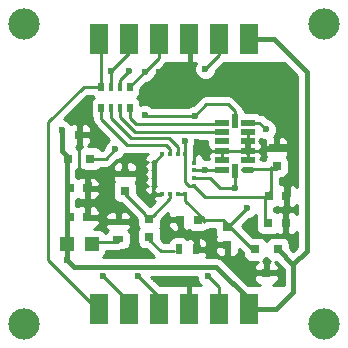
<source format=gtl>
G04 #@! TF.FileFunction,Copper,L1,Top,Signal*
%FSLAX46Y46*%
G04 Gerber Fmt 4.6, Leading zero omitted, Abs format (unit mm)*
G04 Created by KiCad (PCBNEW 4.0.0-rc1-stable) date 11/13/2015 11:17:05 PM*
%MOMM*%
G01*
G04 APERTURE LIST*
%ADD10C,0.100000*%
%ADD11R,1.198880X1.198880*%
%ADD12R,0.800100X0.800100*%
%ADD13R,0.500000X0.800000*%
%ADD14R,0.400000X0.800000*%
%ADD15C,2.650000*%
%ADD16R,0.750000X0.800000*%
%ADD17R,0.800000X0.750000*%
%ADD18R,0.500000X0.900000*%
%ADD19R,0.900000X0.500000*%
%ADD20R,0.400000X0.300000*%
%ADD21R,0.300000X0.400000*%
%ADD22C,0.150000*%
%ADD23O,1.145000X0.550000*%
%ADD24R,1.145000X0.550000*%
%ADD25R,0.550000X1.145000*%
%ADD26R,1.524000X2.540000*%
%ADD27C,0.600000*%
%ADD28C,0.250000*%
%ADD29C,0.381000*%
%ADD30C,0.254000*%
G04 APERTURE END LIST*
D10*
D11*
X130624580Y-94792800D03*
X132722620Y-94792800D03*
D12*
X148473200Y-95265240D03*
X146573200Y-95265240D03*
X147523200Y-97264220D03*
X130723600Y-87589360D03*
X132623600Y-87589360D03*
X131673600Y-85590380D03*
D13*
X135947000Y-81523000D03*
D14*
X134347000Y-81523000D03*
X135147000Y-81523000D03*
D13*
X133547000Y-81523000D03*
D14*
X135147000Y-83323000D03*
D13*
X135947000Y-83323000D03*
D14*
X134347000Y-83323000D03*
D13*
X133547000Y-83323000D03*
D15*
X127000000Y-76200000D03*
X152400000Y-76200000D03*
X152400000Y-101600000D03*
X127000000Y-101600000D03*
D16*
X135534400Y-90310400D03*
X135534400Y-88810400D03*
X137617200Y-92722000D03*
X137617200Y-94222000D03*
D17*
X130872800Y-90119200D03*
X132372800Y-90119200D03*
X130872800Y-92557600D03*
X132372800Y-92557600D03*
D16*
X144195800Y-93382400D03*
X144195800Y-94882400D03*
D17*
X147662200Y-93040200D03*
X149162200Y-93040200D03*
X141720000Y-92760800D03*
X140220000Y-92760800D03*
X147713000Y-90754200D03*
X149213000Y-90754200D03*
D16*
X148386800Y-88227600D03*
X148386800Y-86727600D03*
D18*
X140093000Y-95275400D03*
X141593000Y-95275400D03*
D19*
X134975600Y-94425200D03*
X134975600Y-92925200D03*
D20*
X141400000Y-89875000D03*
X141400000Y-89225000D03*
X141400000Y-88575000D03*
X141400000Y-87925000D03*
D21*
X140675000Y-87200000D03*
X140025000Y-87200000D03*
X139375000Y-87200000D03*
X138725000Y-87200000D03*
D20*
X138000000Y-87925000D03*
X138000000Y-88575000D03*
X138000000Y-89225000D03*
X138000000Y-89875000D03*
D21*
X138725000Y-90600000D03*
X139375000Y-90600000D03*
X140025000Y-90600000D03*
X140675000Y-90600000D03*
D22*
X141400000Y-90600000D03*
D23*
X145953700Y-88537800D03*
D24*
X145953700Y-87737800D03*
X145953700Y-86937800D03*
X145953700Y-86137800D03*
X145953700Y-85337800D03*
X145953700Y-84537800D03*
D25*
X144856200Y-84440300D03*
D24*
X143758700Y-84537800D03*
X143758700Y-85337800D03*
X143758700Y-86137800D03*
X143758700Y-86937800D03*
X143758700Y-87737800D03*
X143758700Y-88537800D03*
D25*
X144856200Y-88605300D03*
D26*
X146050000Y-100330000D03*
X143510000Y-100330000D03*
X140970000Y-100330000D03*
X138430000Y-100330000D03*
X135890000Y-100330000D03*
X133350000Y-100330000D03*
X133350000Y-77470000D03*
X135890000Y-77470000D03*
X138430000Y-77470000D03*
X140970000Y-77470000D03*
X143510000Y-77470000D03*
X146050000Y-77470000D03*
D27*
X138150600Y-97815400D03*
X140970000Y-97815400D03*
X138430000Y-80264000D03*
X141071600Y-80289400D03*
X140970000Y-94043500D03*
X141655800Y-86182200D03*
X137414000Y-90995500D03*
X148590000Y-85090000D03*
X130225800Y-85191600D03*
X130683000Y-96189800D03*
X145923000Y-91744800D03*
X147497800Y-85115400D03*
X137210800Y-83921600D03*
X141478000Y-83947000D03*
X140665200Y-86131400D03*
X134721600Y-86791800D03*
X134366000Y-80213200D03*
X133731000Y-97510600D03*
X137236200Y-80264000D03*
X136677400Y-97536000D03*
X142570200Y-97561400D03*
X142367000Y-79984600D03*
X142367000Y-88595200D03*
X135890000Y-80187800D03*
X144856200Y-90043000D03*
D28*
X137287000Y-92421200D02*
X137906000Y-92421200D01*
X139375000Y-90952200D02*
X139375000Y-90600000D01*
X137906000Y-92421200D02*
X139375000Y-90952200D01*
X137287000Y-92421200D02*
X137287000Y-92313000D01*
X137287000Y-92313000D02*
X135534400Y-90560400D01*
D29*
X138150600Y-97815400D02*
X140970000Y-97815400D01*
X140970000Y-100330000D02*
X140970000Y-97815400D01*
X141071600Y-77571600D02*
X141071600Y-80289400D01*
X138430000Y-80264000D02*
X138455400Y-80289400D01*
X138455400Y-80289400D02*
X141071600Y-80289400D01*
X141071600Y-77571600D02*
X140970000Y-77470000D01*
D30*
X141793000Y-95275400D02*
X141793000Y-94866500D01*
X141793000Y-94866500D02*
X140970000Y-94043500D01*
X140970000Y-94043500D02*
X139970000Y-93043500D01*
X139970000Y-93043500D02*
X139970000Y-92760800D01*
X143758700Y-86937800D02*
X142411400Y-86937800D01*
X141400000Y-86438000D02*
X141400000Y-87925000D01*
X141400000Y-86438000D02*
X141655800Y-86182200D01*
X142411400Y-86937800D02*
X141655800Y-86182200D01*
X138725000Y-87200000D02*
X138000000Y-87925000D01*
X132622800Y-90119200D02*
X132622800Y-89569800D01*
X132622800Y-89569800D02*
X131673600Y-88620600D01*
X138725000Y-90600000D02*
X137809500Y-90600000D01*
X137809500Y-90600000D02*
X137414000Y-90995500D01*
X143758700Y-87737800D02*
X143758700Y-86937800D01*
X145953700Y-87737800D02*
X145953700Y-85337800D01*
X145953700Y-86937800D02*
X143758700Y-86937800D01*
X148386800Y-86477600D02*
X148386800Y-85293200D01*
X148386800Y-85293200D02*
X148590000Y-85090000D01*
X149463000Y-90754200D02*
X149463000Y-89932000D01*
X149342600Y-86477600D02*
X148386800Y-86477600D01*
X149860000Y-86995000D02*
X149342600Y-86477600D01*
X149860000Y-89535000D02*
X149860000Y-86995000D01*
X149463000Y-89932000D02*
X149860000Y-89535000D01*
X148386800Y-86477600D02*
X147837400Y-86477600D01*
X147837400Y-86477600D02*
X147377200Y-86937800D01*
X147377200Y-86937800D02*
X145953700Y-86937800D01*
X131673600Y-88620600D02*
X131673600Y-85590380D01*
D28*
X139740600Y-95427800D02*
X138573000Y-95427800D01*
X138573000Y-95427800D02*
X137617200Y-94472000D01*
D29*
X143281400Y-96748600D02*
X131241800Y-96748600D01*
X146050000Y-99517200D02*
X143281400Y-96748600D01*
X131241800Y-96748600D02*
X130683000Y-96189800D01*
X146050000Y-100330000D02*
X146050000Y-99517200D01*
X148158200Y-77470000D02*
X146050000Y-77470000D01*
X150926800Y-80238600D02*
X148158200Y-77470000D01*
X150926800Y-95377000D02*
X150926800Y-80238600D01*
X146050000Y-100330000D02*
X148336000Y-100330000D01*
X148336000Y-100330000D02*
X149809200Y-98856800D01*
X130622800Y-90119200D02*
X130622800Y-87690160D01*
X130622800Y-92557600D02*
X130622800Y-90119200D01*
X130622800Y-92557600D02*
X130622800Y-94791020D01*
X130622800Y-94791020D02*
X130624580Y-94792800D01*
X130624580Y-96105980D02*
X130624580Y-94792800D01*
X130683000Y-96189800D02*
X130624580Y-96105980D01*
D30*
X146050000Y-100330000D02*
X146050000Y-99288600D01*
D29*
X149809200Y-96494600D02*
X150926800Y-95377000D01*
X149809200Y-98856800D02*
X149809200Y-96601240D01*
X130225800Y-86918800D02*
X130225800Y-85191600D01*
X149809200Y-96601240D02*
X149809200Y-96494600D01*
X149809200Y-96601240D02*
X148473200Y-95265240D01*
X130723600Y-87589360D02*
X130723600Y-87416600D01*
X130723600Y-87416600D02*
X130225800Y-86918800D01*
X130622800Y-87690160D02*
X130723600Y-87589360D01*
D28*
X144195800Y-93132400D02*
X144535400Y-93132400D01*
X144535400Y-93132400D02*
X145923000Y-91744800D01*
X147497800Y-85115400D02*
X146920200Y-84537800D01*
X146920200Y-84537800D02*
X145953700Y-84537800D01*
X146328640Y-95265240D02*
X143824200Y-92760800D01*
X143824200Y-92760800D02*
X141970000Y-92760800D01*
X140675000Y-90600000D02*
X140025000Y-90600000D01*
X142249400Y-92964000D02*
X142249400Y-92744800D01*
X142249400Y-92744800D02*
X140675000Y-91170400D01*
X140675000Y-91170400D02*
X140675000Y-90600000D01*
X146573200Y-95265240D02*
X146328640Y-95265240D01*
X137236200Y-83947000D02*
X141478000Y-83947000D01*
X137210800Y-83921600D02*
X137236200Y-83947000D01*
X147904200Y-88274400D02*
X147904200Y-90313000D01*
X147904200Y-90313000D02*
X147463000Y-90754200D01*
X147412200Y-93040200D02*
X147412200Y-90805000D01*
X147412200Y-90805000D02*
X147463000Y-90754200D01*
X147412200Y-90805000D02*
X142330000Y-90805000D01*
X142330000Y-90805000D02*
X141400000Y-89875000D01*
X147412200Y-90805000D02*
X147463000Y-90754200D01*
X141400000Y-89875000D02*
X140954400Y-89875000D01*
X140675000Y-89595600D02*
X140675000Y-87200000D01*
X140675000Y-89595600D02*
X140954400Y-89875000D01*
X142430500Y-82994500D02*
X144259300Y-82994500D01*
X144856200Y-83591400D02*
X144856200Y-84440300D01*
X144259300Y-82994500D02*
X144856200Y-83591400D01*
X148386800Y-88477600D02*
X146013900Y-88477600D01*
X146013900Y-88477600D02*
X145953700Y-88537800D01*
X141478000Y-83947000D02*
X142430500Y-82994500D01*
X142430500Y-82994500D02*
X142443200Y-82981800D01*
X140675000Y-86141200D02*
X140675000Y-87200000D01*
X140665200Y-86131400D02*
X140675000Y-86141200D01*
X132623600Y-87589360D02*
X133924040Y-87589360D01*
X133924040Y-87589360D02*
X134721600Y-86791800D01*
X134975600Y-94625200D02*
X132890220Y-94625200D01*
X132890220Y-94625200D02*
X132722620Y-94792800D01*
X133547000Y-81523000D02*
X133547000Y-77667000D01*
X133547000Y-77667000D02*
X133350000Y-77470000D01*
X129057400Y-96164400D02*
X129057400Y-84531200D01*
X132065600Y-81523000D02*
X133547000Y-81523000D01*
X129057400Y-84531200D02*
X132065600Y-81523000D01*
X133350000Y-77971800D02*
X133350000Y-77470000D01*
X133350000Y-100330000D02*
X133223000Y-100330000D01*
X133223000Y-100330000D02*
X129057400Y-96164400D01*
X129057400Y-96164400D02*
X129044700Y-96151700D01*
X129044700Y-96151700D02*
X129032000Y-96139000D01*
X135890000Y-100330000D02*
X135890000Y-99695000D01*
X135890000Y-99695000D02*
X133731000Y-97510600D01*
X134366000Y-80213200D02*
X134366000Y-81504000D01*
X134366000Y-81504000D02*
X134347000Y-81523000D01*
X135890000Y-78689200D02*
X134366000Y-80213200D01*
X135839200Y-100279200D02*
X135890000Y-100330000D01*
X135890000Y-77470000D02*
X135890000Y-78689200D01*
X135890000Y-99542600D02*
X135890000Y-100330000D01*
X135890000Y-78359000D02*
X135890000Y-77470000D01*
X137236200Y-80264000D02*
X137206000Y-80264000D01*
X137206000Y-80264000D02*
X135947000Y-81523000D01*
X138430000Y-79070200D02*
X137236200Y-80264000D01*
X138430000Y-77470000D02*
X138430000Y-79070200D01*
X136677400Y-97536000D02*
X138430000Y-99288600D01*
X138430000Y-99288600D02*
X138430000Y-100330000D01*
X143510000Y-98501200D02*
X143510000Y-100330000D01*
X142570200Y-97561400D02*
X143510000Y-98501200D01*
X143510000Y-99263200D02*
X143510000Y-100330000D01*
X143510000Y-78841600D02*
X143510000Y-77470000D01*
X142417800Y-79933800D02*
X143510000Y-78841600D01*
X142367000Y-88595200D02*
X143701300Y-88595200D01*
X143701300Y-88595200D02*
X143758700Y-88537800D01*
X143510000Y-100330000D02*
X143510000Y-99034600D01*
X142346800Y-88575000D02*
X141400000Y-88575000D01*
X142367000Y-88595200D02*
X142346800Y-88575000D01*
X135147000Y-80930800D02*
X135147000Y-81523000D01*
X135890000Y-80187800D02*
X135147000Y-80930800D01*
X144856200Y-90043000D02*
X143560800Y-90043000D01*
X142742800Y-89225000D02*
X141400000Y-89225000D01*
X143560800Y-90043000D02*
X142742800Y-89225000D01*
X144856200Y-90043000D02*
X144856200Y-88605300D01*
X144856200Y-88605300D02*
X144856200Y-88849200D01*
X140025000Y-86608800D02*
X139293600Y-85877400D01*
X134347000Y-83323000D02*
X134347000Y-84182000D01*
X140025000Y-86608800D02*
X140025000Y-87200000D01*
X134347000Y-84156600D02*
X134347000Y-84182000D01*
X136067800Y-85877400D02*
X134347000Y-84156600D01*
X139293600Y-85877400D02*
X136067800Y-85877400D01*
X139039600Y-86436200D02*
X135763000Y-86436200D01*
X139375000Y-86771600D02*
X139039600Y-86436200D01*
X139375000Y-87200000D02*
X139375000Y-86771600D01*
X133547000Y-84220200D02*
X133547000Y-83323000D01*
X135763000Y-86436200D02*
X133547000Y-84220200D01*
X136474200Y-84658200D02*
X143814800Y-84658200D01*
X135947000Y-83323000D02*
X135947000Y-84131000D01*
X135947000Y-84131000D02*
X136474200Y-84658200D01*
X135147000Y-83323000D02*
X135147000Y-84093000D01*
X136366400Y-85312400D02*
X143814800Y-85344000D01*
X135147000Y-84093000D02*
X136366400Y-85312400D01*
D30*
G36*
X139185000Y-92259490D02*
X139185000Y-92475050D01*
X139343750Y-92633800D01*
X140093000Y-92633800D01*
X140093000Y-92613800D01*
X140347000Y-92613800D01*
X140347000Y-92633800D01*
X140367000Y-92633800D01*
X140367000Y-92887800D01*
X140347000Y-92887800D01*
X140347000Y-93612050D01*
X140505750Y-93770800D01*
X140746309Y-93770800D01*
X140979698Y-93674127D01*
X140981068Y-93672757D01*
X141068110Y-93732231D01*
X141320000Y-93783240D01*
X142120000Y-93783240D01*
X142355317Y-93738962D01*
X142436363Y-93686810D01*
X142540239Y-93666148D01*
X142757768Y-93520800D01*
X143173360Y-93520800D01*
X143173360Y-93782400D01*
X143217638Y-94017717D01*
X143284129Y-94121046D01*
X143282473Y-94122702D01*
X143185800Y-94356091D01*
X143185800Y-94596650D01*
X143344550Y-94755400D01*
X144068800Y-94755400D01*
X144068800Y-94735400D01*
X144322800Y-94735400D01*
X144322800Y-94755400D01*
X144342800Y-94755400D01*
X144342800Y-95009400D01*
X144322800Y-95009400D01*
X144322800Y-95758650D01*
X144481550Y-95917400D01*
X144697110Y-95917400D01*
X144930499Y-95820727D01*
X145109127Y-95642098D01*
X145205800Y-95408709D01*
X145205800Y-95217202D01*
X145525710Y-95537112D01*
X145525710Y-95665290D01*
X145569988Y-95900607D01*
X145709060Y-96116731D01*
X145921260Y-96261721D01*
X146173150Y-96312730D01*
X146795110Y-96312730D01*
X146763452Y-96325843D01*
X146584823Y-96504471D01*
X146488150Y-96737860D01*
X146488150Y-96978470D01*
X146646900Y-97137220D01*
X147396200Y-97137220D01*
X147396200Y-96387920D01*
X147250043Y-96241763D01*
X147424691Y-96129380D01*
X147523832Y-95984283D01*
X147609060Y-96116731D01*
X147794609Y-96243511D01*
X147650200Y-96387920D01*
X147650200Y-97137220D01*
X148399500Y-97137220D01*
X148558250Y-96978470D01*
X148558250Y-96737860D01*
X148461577Y-96504471D01*
X148282948Y-96325843D01*
X148251290Y-96312730D01*
X148353256Y-96312730D01*
X148983700Y-96943173D01*
X148983700Y-98298000D01*
X148052625Y-98298000D01*
X148282948Y-98202597D01*
X148461577Y-98023969D01*
X148558250Y-97790580D01*
X148558250Y-97549970D01*
X148399500Y-97391220D01*
X147650200Y-97391220D01*
X147650200Y-97411220D01*
X147396200Y-97411220D01*
X147396200Y-97391220D01*
X146646900Y-97391220D01*
X146488150Y-97549970D01*
X146488150Y-97790580D01*
X146584823Y-98023969D01*
X146763452Y-98202597D01*
X146993775Y-98298000D01*
X145998233Y-98298000D01*
X143865117Y-96164883D01*
X143597306Y-95985937D01*
X143281400Y-95923100D01*
X142448429Y-95923100D01*
X142478000Y-95851710D01*
X142478000Y-95561150D01*
X142319250Y-95402400D01*
X141718000Y-95402400D01*
X141718000Y-95422400D01*
X141468000Y-95422400D01*
X141468000Y-95402400D01*
X141446000Y-95402400D01*
X141446000Y-95168150D01*
X143185800Y-95168150D01*
X143185800Y-95408709D01*
X143282473Y-95642098D01*
X143461101Y-95820727D01*
X143694490Y-95917400D01*
X143910050Y-95917400D01*
X144068800Y-95758650D01*
X144068800Y-95009400D01*
X143344550Y-95009400D01*
X143185800Y-95168150D01*
X141446000Y-95168150D01*
X141446000Y-95148400D01*
X141468000Y-95148400D01*
X141468000Y-94349150D01*
X141718000Y-94349150D01*
X141718000Y-95148400D01*
X142319250Y-95148400D01*
X142478000Y-94989650D01*
X142478000Y-94699090D01*
X142381327Y-94465701D01*
X142202698Y-94287073D01*
X141969309Y-94190400D01*
X141876750Y-94190400D01*
X141718000Y-94349150D01*
X141468000Y-94349150D01*
X141309250Y-94190400D01*
X141216691Y-94190400D01*
X140983302Y-94287073D01*
X140842064Y-94428310D01*
X140807090Y-94373959D01*
X140594890Y-94228969D01*
X140343000Y-94177960D01*
X139843000Y-94177960D01*
X139607683Y-94222238D01*
X139391559Y-94361310D01*
X139246569Y-94573510D01*
X139227475Y-94667800D01*
X138887802Y-94667800D01*
X138639640Y-94419638D01*
X138639640Y-93822000D01*
X138595362Y-93586683D01*
X138521580Y-93472022D01*
X138588631Y-93373890D01*
X138639640Y-93122000D01*
X138639640Y-93046550D01*
X139185000Y-93046550D01*
X139185000Y-93262110D01*
X139281673Y-93495499D01*
X139460302Y-93674127D01*
X139693691Y-93770800D01*
X139934250Y-93770800D01*
X140093000Y-93612050D01*
X140093000Y-92887800D01*
X139343750Y-92887800D01*
X139185000Y-93046550D01*
X138639640Y-93046550D01*
X138639640Y-92762362D01*
X139215044Y-92186958D01*
X139185000Y-92259490D01*
X139185000Y-92259490D01*
G37*
X139185000Y-92259490D02*
X139185000Y-92475050D01*
X139343750Y-92633800D01*
X140093000Y-92633800D01*
X140093000Y-92613800D01*
X140347000Y-92613800D01*
X140347000Y-92633800D01*
X140367000Y-92633800D01*
X140367000Y-92887800D01*
X140347000Y-92887800D01*
X140347000Y-93612050D01*
X140505750Y-93770800D01*
X140746309Y-93770800D01*
X140979698Y-93674127D01*
X140981068Y-93672757D01*
X141068110Y-93732231D01*
X141320000Y-93783240D01*
X142120000Y-93783240D01*
X142355317Y-93738962D01*
X142436363Y-93686810D01*
X142540239Y-93666148D01*
X142757768Y-93520800D01*
X143173360Y-93520800D01*
X143173360Y-93782400D01*
X143217638Y-94017717D01*
X143284129Y-94121046D01*
X143282473Y-94122702D01*
X143185800Y-94356091D01*
X143185800Y-94596650D01*
X143344550Y-94755400D01*
X144068800Y-94755400D01*
X144068800Y-94735400D01*
X144322800Y-94735400D01*
X144322800Y-94755400D01*
X144342800Y-94755400D01*
X144342800Y-95009400D01*
X144322800Y-95009400D01*
X144322800Y-95758650D01*
X144481550Y-95917400D01*
X144697110Y-95917400D01*
X144930499Y-95820727D01*
X145109127Y-95642098D01*
X145205800Y-95408709D01*
X145205800Y-95217202D01*
X145525710Y-95537112D01*
X145525710Y-95665290D01*
X145569988Y-95900607D01*
X145709060Y-96116731D01*
X145921260Y-96261721D01*
X146173150Y-96312730D01*
X146795110Y-96312730D01*
X146763452Y-96325843D01*
X146584823Y-96504471D01*
X146488150Y-96737860D01*
X146488150Y-96978470D01*
X146646900Y-97137220D01*
X147396200Y-97137220D01*
X147396200Y-96387920D01*
X147250043Y-96241763D01*
X147424691Y-96129380D01*
X147523832Y-95984283D01*
X147609060Y-96116731D01*
X147794609Y-96243511D01*
X147650200Y-96387920D01*
X147650200Y-97137220D01*
X148399500Y-97137220D01*
X148558250Y-96978470D01*
X148558250Y-96737860D01*
X148461577Y-96504471D01*
X148282948Y-96325843D01*
X148251290Y-96312730D01*
X148353256Y-96312730D01*
X148983700Y-96943173D01*
X148983700Y-98298000D01*
X148052625Y-98298000D01*
X148282948Y-98202597D01*
X148461577Y-98023969D01*
X148558250Y-97790580D01*
X148558250Y-97549970D01*
X148399500Y-97391220D01*
X147650200Y-97391220D01*
X147650200Y-97411220D01*
X147396200Y-97411220D01*
X147396200Y-97391220D01*
X146646900Y-97391220D01*
X146488150Y-97549970D01*
X146488150Y-97790580D01*
X146584823Y-98023969D01*
X146763452Y-98202597D01*
X146993775Y-98298000D01*
X145998233Y-98298000D01*
X143865117Y-96164883D01*
X143597306Y-95985937D01*
X143281400Y-95923100D01*
X142448429Y-95923100D01*
X142478000Y-95851710D01*
X142478000Y-95561150D01*
X142319250Y-95402400D01*
X141718000Y-95402400D01*
X141718000Y-95422400D01*
X141468000Y-95422400D01*
X141468000Y-95402400D01*
X141446000Y-95402400D01*
X141446000Y-95168150D01*
X143185800Y-95168150D01*
X143185800Y-95408709D01*
X143282473Y-95642098D01*
X143461101Y-95820727D01*
X143694490Y-95917400D01*
X143910050Y-95917400D01*
X144068800Y-95758650D01*
X144068800Y-95009400D01*
X143344550Y-95009400D01*
X143185800Y-95168150D01*
X141446000Y-95168150D01*
X141446000Y-95148400D01*
X141468000Y-95148400D01*
X141468000Y-94349150D01*
X141718000Y-94349150D01*
X141718000Y-95148400D01*
X142319250Y-95148400D01*
X142478000Y-94989650D01*
X142478000Y-94699090D01*
X142381327Y-94465701D01*
X142202698Y-94287073D01*
X141969309Y-94190400D01*
X141876750Y-94190400D01*
X141718000Y-94349150D01*
X141468000Y-94349150D01*
X141309250Y-94190400D01*
X141216691Y-94190400D01*
X140983302Y-94287073D01*
X140842064Y-94428310D01*
X140807090Y-94373959D01*
X140594890Y-94228969D01*
X140343000Y-94177960D01*
X139843000Y-94177960D01*
X139607683Y-94222238D01*
X139391559Y-94361310D01*
X139246569Y-94573510D01*
X139227475Y-94667800D01*
X138887802Y-94667800D01*
X138639640Y-94419638D01*
X138639640Y-93822000D01*
X138595362Y-93586683D01*
X138521580Y-93472022D01*
X138588631Y-93373890D01*
X138639640Y-93122000D01*
X138639640Y-93046550D01*
X139185000Y-93046550D01*
X139185000Y-93262110D01*
X139281673Y-93495499D01*
X139460302Y-93674127D01*
X139693691Y-93770800D01*
X139934250Y-93770800D01*
X140093000Y-93612050D01*
X140093000Y-92887800D01*
X139343750Y-92887800D01*
X139185000Y-93046550D01*
X138639640Y-93046550D01*
X138639640Y-92762362D01*
X139215044Y-92186958D01*
X139185000Y-92259490D01*
G36*
X141635038Y-97746567D02*
X141777083Y-98090343D01*
X141984378Y-98298000D01*
X138514202Y-98298000D01*
X137790302Y-97574100D01*
X141635188Y-97574100D01*
X141635038Y-97746567D01*
X141635038Y-97746567D01*
G37*
X141635038Y-97746567D02*
X141777083Y-98090343D01*
X141984378Y-98298000D01*
X138514202Y-98298000D01*
X137790302Y-97574100D01*
X141635188Y-97574100D01*
X141635038Y-97746567D01*
G36*
X135763000Y-87196200D02*
X137538011Y-87196200D01*
X137440301Y-87236673D01*
X137261673Y-87415302D01*
X137165000Y-87648691D01*
X137165000Y-87691250D01*
X137323750Y-87850000D01*
X137528837Y-87850000D01*
X137440301Y-87886673D01*
X137326975Y-88000000D01*
X137323750Y-88000000D01*
X137165000Y-88158750D01*
X137165000Y-88201309D01*
X137185168Y-88250000D01*
X137165000Y-88298691D01*
X137165000Y-88341250D01*
X137323750Y-88500000D01*
X137326975Y-88500000D01*
X137401974Y-88575000D01*
X137326975Y-88650000D01*
X137323750Y-88650000D01*
X137165000Y-88808750D01*
X137165000Y-88851309D01*
X137185168Y-88900000D01*
X137165000Y-88948691D01*
X137165000Y-88991250D01*
X137323750Y-89150000D01*
X137326975Y-89150000D01*
X137401974Y-89225000D01*
X137326975Y-89300000D01*
X137323750Y-89300000D01*
X137165000Y-89458750D01*
X137165000Y-89501309D01*
X137185168Y-89550000D01*
X137165000Y-89598691D01*
X137165000Y-89641250D01*
X137323750Y-89800000D01*
X137326975Y-89800000D01*
X137440301Y-89913327D01*
X137528837Y-89950000D01*
X137323750Y-89950000D01*
X137165000Y-90108750D01*
X137165000Y-90151309D01*
X137261673Y-90384698D01*
X137440301Y-90563327D01*
X137673690Y-90660000D01*
X137741250Y-90660000D01*
X137900000Y-90501250D01*
X137900000Y-89950000D01*
X137801250Y-89950000D01*
X137900000Y-89851250D01*
X137900000Y-89248750D01*
X137876250Y-89225000D01*
X137900000Y-89201250D01*
X137900000Y-88598750D01*
X137876250Y-88575000D01*
X137900000Y-88551250D01*
X137900000Y-87948750D01*
X137801250Y-87850000D01*
X137900000Y-87850000D01*
X137900000Y-87778000D01*
X138054974Y-87778000D01*
X138100000Y-87823026D01*
X138100000Y-87850000D01*
X138126975Y-87850000D01*
X138147000Y-87870026D01*
X138147000Y-87901750D01*
X138100000Y-87948750D01*
X138100000Y-88551250D01*
X138123750Y-88575000D01*
X138100000Y-88598750D01*
X138100000Y-89201250D01*
X138123750Y-89225000D01*
X138100000Y-89248750D01*
X138100000Y-89851250D01*
X138147000Y-89898250D01*
X138147000Y-89929974D01*
X138126975Y-89950000D01*
X138100000Y-89950000D01*
X138100000Y-89976974D01*
X138036673Y-90040301D01*
X137940000Y-90273690D01*
X137940000Y-90341250D01*
X138098750Y-90500000D01*
X138100000Y-90500000D01*
X138100000Y-90501250D01*
X138258750Y-90660000D01*
X138326310Y-90660000D01*
X138559699Y-90563327D01*
X138577560Y-90545466D01*
X138577560Y-90674838D01*
X138552398Y-90700000D01*
X138098750Y-90700000D01*
X137940000Y-90858750D01*
X137940000Y-90926310D01*
X138036673Y-91159699D01*
X138064686Y-91187712D01*
X137650600Y-91601798D01*
X136556840Y-90508038D01*
X136556840Y-89910400D01*
X136512562Y-89675083D01*
X136446071Y-89571754D01*
X136447727Y-89570098D01*
X136544400Y-89336709D01*
X136544400Y-89096150D01*
X136385650Y-88937400D01*
X135661400Y-88937400D01*
X135661400Y-88957400D01*
X135407400Y-88957400D01*
X135407400Y-88937400D01*
X134683150Y-88937400D01*
X134524400Y-89096150D01*
X134524400Y-89336709D01*
X134621073Y-89570098D01*
X134622443Y-89571468D01*
X134562969Y-89658510D01*
X134511960Y-89910400D01*
X134511960Y-90710400D01*
X134556238Y-90945717D01*
X134695310Y-91161841D01*
X134907510Y-91306831D01*
X135159400Y-91357840D01*
X135257038Y-91357840D01*
X136578300Y-92679102D01*
X136584852Y-92712039D01*
X136594760Y-92726867D01*
X136594760Y-93122000D01*
X136639038Y-93357317D01*
X136712820Y-93471978D01*
X136645769Y-93570110D01*
X136594760Y-93822000D01*
X136594760Y-94622000D01*
X136639038Y-94857317D01*
X136778110Y-95073441D01*
X136990310Y-95218431D01*
X137242200Y-95269440D01*
X137339838Y-95269440D01*
X137993498Y-95923100D01*
X133669737Y-95923100D01*
X133773501Y-95856330D01*
X133918491Y-95644130D01*
X133969500Y-95392240D01*
X133969500Y-95385200D01*
X134975600Y-95385200D01*
X135266439Y-95327348D01*
X135273485Y-95322640D01*
X135425600Y-95322640D01*
X135660917Y-95278362D01*
X135877041Y-95139290D01*
X136022031Y-94927090D01*
X136073040Y-94675200D01*
X136073040Y-94175200D01*
X136028762Y-93939883D01*
X135889690Y-93723759D01*
X135821594Y-93677231D01*
X135963927Y-93534898D01*
X136060600Y-93301509D01*
X136060600Y-93208950D01*
X135901850Y-93050200D01*
X135102600Y-93050200D01*
X135102600Y-93072200D01*
X134848600Y-93072200D01*
X134848600Y-93050200D01*
X134049350Y-93050200D01*
X133890600Y-93208950D01*
X133890600Y-93301509D01*
X133987273Y-93534898D01*
X134128510Y-93676136D01*
X134074159Y-93711110D01*
X133968874Y-93865200D01*
X133865479Y-93865200D01*
X133786150Y-93741919D01*
X133573950Y-93596929D01*
X133322060Y-93545920D01*
X132951449Y-93545920D01*
X133132498Y-93470927D01*
X133311127Y-93292299D01*
X133407800Y-93058910D01*
X133407800Y-92843350D01*
X133249050Y-92684600D01*
X132499800Y-92684600D01*
X132499800Y-92704600D01*
X132245800Y-92704600D01*
X132245800Y-92684600D01*
X132225800Y-92684600D01*
X132225800Y-92548891D01*
X133890600Y-92548891D01*
X133890600Y-92641450D01*
X134049350Y-92800200D01*
X134848600Y-92800200D01*
X134848600Y-92198950D01*
X135102600Y-92198950D01*
X135102600Y-92800200D01*
X135901850Y-92800200D01*
X136060600Y-92641450D01*
X136060600Y-92548891D01*
X135963927Y-92315502D01*
X135785299Y-92136873D01*
X135551910Y-92040200D01*
X135261350Y-92040200D01*
X135102600Y-92198950D01*
X134848600Y-92198950D01*
X134689850Y-92040200D01*
X134399290Y-92040200D01*
X134165901Y-92136873D01*
X133987273Y-92315502D01*
X133890600Y-92548891D01*
X132225800Y-92548891D01*
X132225800Y-92430600D01*
X132245800Y-92430600D01*
X132245800Y-91706350D01*
X132499800Y-91706350D01*
X132499800Y-92430600D01*
X133249050Y-92430600D01*
X133407800Y-92271850D01*
X133407800Y-92056290D01*
X133311127Y-91822901D01*
X133132498Y-91644273D01*
X132899109Y-91547600D01*
X132658550Y-91547600D01*
X132499800Y-91706350D01*
X132245800Y-91706350D01*
X132087050Y-91547600D01*
X131846491Y-91547600D01*
X131613102Y-91644273D01*
X131611732Y-91645643D01*
X131524690Y-91586169D01*
X131448300Y-91570700D01*
X131448300Y-91108617D01*
X131508117Y-91097362D01*
X131611446Y-91030871D01*
X131613102Y-91032527D01*
X131846491Y-91129200D01*
X132087050Y-91129200D01*
X132245800Y-90970450D01*
X132245800Y-90246200D01*
X132499800Y-90246200D01*
X132499800Y-90970450D01*
X132658550Y-91129200D01*
X132899109Y-91129200D01*
X133132498Y-91032527D01*
X133311127Y-90853899D01*
X133407800Y-90620510D01*
X133407800Y-90404950D01*
X133249050Y-90246200D01*
X132499800Y-90246200D01*
X132245800Y-90246200D01*
X132225800Y-90246200D01*
X132225800Y-89992200D01*
X132245800Y-89992200D01*
X132245800Y-89267950D01*
X132499800Y-89267950D01*
X132499800Y-89992200D01*
X133249050Y-89992200D01*
X133407800Y-89833450D01*
X133407800Y-89617890D01*
X133311127Y-89384501D01*
X133132498Y-89205873D01*
X132899109Y-89109200D01*
X132658550Y-89109200D01*
X132499800Y-89267950D01*
X132245800Y-89267950D01*
X132087050Y-89109200D01*
X131846491Y-89109200D01*
X131613102Y-89205873D01*
X131611732Y-89207243D01*
X131524690Y-89147769D01*
X131448300Y-89132300D01*
X131448300Y-88535088D01*
X131575091Y-88453500D01*
X131674232Y-88308403D01*
X131759460Y-88440851D01*
X131971660Y-88585841D01*
X132223550Y-88636850D01*
X133023650Y-88636850D01*
X133258967Y-88592572D01*
X133475091Y-88453500D01*
X133546247Y-88349360D01*
X133924040Y-88349360D01*
X134214879Y-88291508D01*
X134225979Y-88284091D01*
X134524400Y-88284091D01*
X134524400Y-88524650D01*
X134683150Y-88683400D01*
X135407400Y-88683400D01*
X135407400Y-87934150D01*
X135661400Y-87934150D01*
X135661400Y-88683400D01*
X136385650Y-88683400D01*
X136544400Y-88524650D01*
X136544400Y-88284091D01*
X136447727Y-88050702D01*
X136269099Y-87872073D01*
X136035710Y-87775400D01*
X135820150Y-87775400D01*
X135661400Y-87934150D01*
X135407400Y-87934150D01*
X135248650Y-87775400D01*
X135033090Y-87775400D01*
X134799701Y-87872073D01*
X134621073Y-88050702D01*
X134524400Y-88284091D01*
X134225979Y-88284091D01*
X134461441Y-88126761D01*
X134861280Y-87726922D01*
X134906767Y-87726962D01*
X135250543Y-87584917D01*
X135513792Y-87322127D01*
X135581106Y-87160019D01*
X135763000Y-87196200D01*
X135763000Y-87196200D01*
G37*
X135763000Y-87196200D02*
X137538011Y-87196200D01*
X137440301Y-87236673D01*
X137261673Y-87415302D01*
X137165000Y-87648691D01*
X137165000Y-87691250D01*
X137323750Y-87850000D01*
X137528837Y-87850000D01*
X137440301Y-87886673D01*
X137326975Y-88000000D01*
X137323750Y-88000000D01*
X137165000Y-88158750D01*
X137165000Y-88201309D01*
X137185168Y-88250000D01*
X137165000Y-88298691D01*
X137165000Y-88341250D01*
X137323750Y-88500000D01*
X137326975Y-88500000D01*
X137401974Y-88575000D01*
X137326975Y-88650000D01*
X137323750Y-88650000D01*
X137165000Y-88808750D01*
X137165000Y-88851309D01*
X137185168Y-88900000D01*
X137165000Y-88948691D01*
X137165000Y-88991250D01*
X137323750Y-89150000D01*
X137326975Y-89150000D01*
X137401974Y-89225000D01*
X137326975Y-89300000D01*
X137323750Y-89300000D01*
X137165000Y-89458750D01*
X137165000Y-89501309D01*
X137185168Y-89550000D01*
X137165000Y-89598691D01*
X137165000Y-89641250D01*
X137323750Y-89800000D01*
X137326975Y-89800000D01*
X137440301Y-89913327D01*
X137528837Y-89950000D01*
X137323750Y-89950000D01*
X137165000Y-90108750D01*
X137165000Y-90151309D01*
X137261673Y-90384698D01*
X137440301Y-90563327D01*
X137673690Y-90660000D01*
X137741250Y-90660000D01*
X137900000Y-90501250D01*
X137900000Y-89950000D01*
X137801250Y-89950000D01*
X137900000Y-89851250D01*
X137900000Y-89248750D01*
X137876250Y-89225000D01*
X137900000Y-89201250D01*
X137900000Y-88598750D01*
X137876250Y-88575000D01*
X137900000Y-88551250D01*
X137900000Y-87948750D01*
X137801250Y-87850000D01*
X137900000Y-87850000D01*
X137900000Y-87778000D01*
X138054974Y-87778000D01*
X138100000Y-87823026D01*
X138100000Y-87850000D01*
X138126975Y-87850000D01*
X138147000Y-87870026D01*
X138147000Y-87901750D01*
X138100000Y-87948750D01*
X138100000Y-88551250D01*
X138123750Y-88575000D01*
X138100000Y-88598750D01*
X138100000Y-89201250D01*
X138123750Y-89225000D01*
X138100000Y-89248750D01*
X138100000Y-89851250D01*
X138147000Y-89898250D01*
X138147000Y-89929974D01*
X138126975Y-89950000D01*
X138100000Y-89950000D01*
X138100000Y-89976974D01*
X138036673Y-90040301D01*
X137940000Y-90273690D01*
X137940000Y-90341250D01*
X138098750Y-90500000D01*
X138100000Y-90500000D01*
X138100000Y-90501250D01*
X138258750Y-90660000D01*
X138326310Y-90660000D01*
X138559699Y-90563327D01*
X138577560Y-90545466D01*
X138577560Y-90674838D01*
X138552398Y-90700000D01*
X138098750Y-90700000D01*
X137940000Y-90858750D01*
X137940000Y-90926310D01*
X138036673Y-91159699D01*
X138064686Y-91187712D01*
X137650600Y-91601798D01*
X136556840Y-90508038D01*
X136556840Y-89910400D01*
X136512562Y-89675083D01*
X136446071Y-89571754D01*
X136447727Y-89570098D01*
X136544400Y-89336709D01*
X136544400Y-89096150D01*
X136385650Y-88937400D01*
X135661400Y-88937400D01*
X135661400Y-88957400D01*
X135407400Y-88957400D01*
X135407400Y-88937400D01*
X134683150Y-88937400D01*
X134524400Y-89096150D01*
X134524400Y-89336709D01*
X134621073Y-89570098D01*
X134622443Y-89571468D01*
X134562969Y-89658510D01*
X134511960Y-89910400D01*
X134511960Y-90710400D01*
X134556238Y-90945717D01*
X134695310Y-91161841D01*
X134907510Y-91306831D01*
X135159400Y-91357840D01*
X135257038Y-91357840D01*
X136578300Y-92679102D01*
X136584852Y-92712039D01*
X136594760Y-92726867D01*
X136594760Y-93122000D01*
X136639038Y-93357317D01*
X136712820Y-93471978D01*
X136645769Y-93570110D01*
X136594760Y-93822000D01*
X136594760Y-94622000D01*
X136639038Y-94857317D01*
X136778110Y-95073441D01*
X136990310Y-95218431D01*
X137242200Y-95269440D01*
X137339838Y-95269440D01*
X137993498Y-95923100D01*
X133669737Y-95923100D01*
X133773501Y-95856330D01*
X133918491Y-95644130D01*
X133969500Y-95392240D01*
X133969500Y-95385200D01*
X134975600Y-95385200D01*
X135266439Y-95327348D01*
X135273485Y-95322640D01*
X135425600Y-95322640D01*
X135660917Y-95278362D01*
X135877041Y-95139290D01*
X136022031Y-94927090D01*
X136073040Y-94675200D01*
X136073040Y-94175200D01*
X136028762Y-93939883D01*
X135889690Y-93723759D01*
X135821594Y-93677231D01*
X135963927Y-93534898D01*
X136060600Y-93301509D01*
X136060600Y-93208950D01*
X135901850Y-93050200D01*
X135102600Y-93050200D01*
X135102600Y-93072200D01*
X134848600Y-93072200D01*
X134848600Y-93050200D01*
X134049350Y-93050200D01*
X133890600Y-93208950D01*
X133890600Y-93301509D01*
X133987273Y-93534898D01*
X134128510Y-93676136D01*
X134074159Y-93711110D01*
X133968874Y-93865200D01*
X133865479Y-93865200D01*
X133786150Y-93741919D01*
X133573950Y-93596929D01*
X133322060Y-93545920D01*
X132951449Y-93545920D01*
X133132498Y-93470927D01*
X133311127Y-93292299D01*
X133407800Y-93058910D01*
X133407800Y-92843350D01*
X133249050Y-92684600D01*
X132499800Y-92684600D01*
X132499800Y-92704600D01*
X132245800Y-92704600D01*
X132245800Y-92684600D01*
X132225800Y-92684600D01*
X132225800Y-92548891D01*
X133890600Y-92548891D01*
X133890600Y-92641450D01*
X134049350Y-92800200D01*
X134848600Y-92800200D01*
X134848600Y-92198950D01*
X135102600Y-92198950D01*
X135102600Y-92800200D01*
X135901850Y-92800200D01*
X136060600Y-92641450D01*
X136060600Y-92548891D01*
X135963927Y-92315502D01*
X135785299Y-92136873D01*
X135551910Y-92040200D01*
X135261350Y-92040200D01*
X135102600Y-92198950D01*
X134848600Y-92198950D01*
X134689850Y-92040200D01*
X134399290Y-92040200D01*
X134165901Y-92136873D01*
X133987273Y-92315502D01*
X133890600Y-92548891D01*
X132225800Y-92548891D01*
X132225800Y-92430600D01*
X132245800Y-92430600D01*
X132245800Y-91706350D01*
X132499800Y-91706350D01*
X132499800Y-92430600D01*
X133249050Y-92430600D01*
X133407800Y-92271850D01*
X133407800Y-92056290D01*
X133311127Y-91822901D01*
X133132498Y-91644273D01*
X132899109Y-91547600D01*
X132658550Y-91547600D01*
X132499800Y-91706350D01*
X132245800Y-91706350D01*
X132087050Y-91547600D01*
X131846491Y-91547600D01*
X131613102Y-91644273D01*
X131611732Y-91645643D01*
X131524690Y-91586169D01*
X131448300Y-91570700D01*
X131448300Y-91108617D01*
X131508117Y-91097362D01*
X131611446Y-91030871D01*
X131613102Y-91032527D01*
X131846491Y-91129200D01*
X132087050Y-91129200D01*
X132245800Y-90970450D01*
X132245800Y-90246200D01*
X132499800Y-90246200D01*
X132499800Y-90970450D01*
X132658550Y-91129200D01*
X132899109Y-91129200D01*
X133132498Y-91032527D01*
X133311127Y-90853899D01*
X133407800Y-90620510D01*
X133407800Y-90404950D01*
X133249050Y-90246200D01*
X132499800Y-90246200D01*
X132245800Y-90246200D01*
X132225800Y-90246200D01*
X132225800Y-89992200D01*
X132245800Y-89992200D01*
X132245800Y-89267950D01*
X132499800Y-89267950D01*
X132499800Y-89992200D01*
X133249050Y-89992200D01*
X133407800Y-89833450D01*
X133407800Y-89617890D01*
X133311127Y-89384501D01*
X133132498Y-89205873D01*
X132899109Y-89109200D01*
X132658550Y-89109200D01*
X132499800Y-89267950D01*
X132245800Y-89267950D01*
X132087050Y-89109200D01*
X131846491Y-89109200D01*
X131613102Y-89205873D01*
X131611732Y-89207243D01*
X131524690Y-89147769D01*
X131448300Y-89132300D01*
X131448300Y-88535088D01*
X131575091Y-88453500D01*
X131674232Y-88308403D01*
X131759460Y-88440851D01*
X131971660Y-88585841D01*
X132223550Y-88636850D01*
X133023650Y-88636850D01*
X133258967Y-88592572D01*
X133475091Y-88453500D01*
X133546247Y-88349360D01*
X133924040Y-88349360D01*
X134214879Y-88291508D01*
X134225979Y-88284091D01*
X134524400Y-88284091D01*
X134524400Y-88524650D01*
X134683150Y-88683400D01*
X135407400Y-88683400D01*
X135407400Y-87934150D01*
X135661400Y-87934150D01*
X135661400Y-88683400D01*
X136385650Y-88683400D01*
X136544400Y-88524650D01*
X136544400Y-88284091D01*
X136447727Y-88050702D01*
X136269099Y-87872073D01*
X136035710Y-87775400D01*
X135820150Y-87775400D01*
X135661400Y-87934150D01*
X135407400Y-87934150D01*
X135248650Y-87775400D01*
X135033090Y-87775400D01*
X134799701Y-87872073D01*
X134621073Y-88050702D01*
X134524400Y-88284091D01*
X134225979Y-88284091D01*
X134461441Y-88126761D01*
X134861280Y-87726922D01*
X134906767Y-87726962D01*
X135250543Y-87584917D01*
X135513792Y-87322127D01*
X135581106Y-87160019D01*
X135763000Y-87196200D01*
G36*
X141432162Y-79797801D02*
X141431838Y-80169767D01*
X141573883Y-80513543D01*
X141836673Y-80776792D01*
X142180201Y-80919438D01*
X142552167Y-80919762D01*
X142895943Y-80777717D01*
X143159192Y-80514927D01*
X143301838Y-80171399D01*
X143301879Y-80124523D01*
X143924402Y-79502000D01*
X149022767Y-79502000D01*
X150101300Y-80580533D01*
X150101300Y-89969474D01*
X149972698Y-89840873D01*
X149739309Y-89744200D01*
X149498750Y-89744200D01*
X149340000Y-89902950D01*
X149340000Y-90627200D01*
X149360000Y-90627200D01*
X149360000Y-90881200D01*
X149340000Y-90881200D01*
X149340000Y-91605450D01*
X149498750Y-91764200D01*
X149739309Y-91764200D01*
X149972698Y-91667527D01*
X150101300Y-91538926D01*
X150101300Y-92307367D01*
X150100527Y-92305501D01*
X149921898Y-92126873D01*
X149688509Y-92030200D01*
X149447950Y-92030200D01*
X149289200Y-92188950D01*
X149289200Y-92913200D01*
X149309200Y-92913200D01*
X149309200Y-93167200D01*
X149289200Y-93167200D01*
X149289200Y-93891450D01*
X149447950Y-94050200D01*
X149688509Y-94050200D01*
X149921898Y-93953527D01*
X150100527Y-93774899D01*
X150101300Y-93773033D01*
X150101300Y-95035066D01*
X149755880Y-95380486D01*
X149520690Y-95145296D01*
X149520690Y-94865190D01*
X149476412Y-94629873D01*
X149337340Y-94413749D01*
X149125140Y-94268759D01*
X148873250Y-94217750D01*
X148073150Y-94217750D01*
X147837833Y-94262028D01*
X147621709Y-94401100D01*
X147522568Y-94546197D01*
X147437340Y-94413749D01*
X147225140Y-94268759D01*
X146973250Y-94217750D01*
X146355952Y-94217750D01*
X145440402Y-93302200D01*
X146062680Y-92679922D01*
X146108167Y-92679962D01*
X146451943Y-92537917D01*
X146652200Y-92338009D01*
X146652200Y-92480316D01*
X146614760Y-92665200D01*
X146614760Y-93415200D01*
X146659038Y-93650517D01*
X146798110Y-93866641D01*
X147010310Y-94011631D01*
X147262200Y-94062640D01*
X148062200Y-94062640D01*
X148297517Y-94018362D01*
X148400846Y-93951871D01*
X148402502Y-93953527D01*
X148635891Y-94050200D01*
X148876450Y-94050200D01*
X149035200Y-93891450D01*
X149035200Y-93167200D01*
X149015200Y-93167200D01*
X149015200Y-92913200D01*
X149035200Y-92913200D01*
X149035200Y-92188950D01*
X148876450Y-92030200D01*
X148635891Y-92030200D01*
X148402502Y-92126873D01*
X148401132Y-92128243D01*
X148314090Y-92068769D01*
X148172200Y-92040036D01*
X148172200Y-91765501D01*
X148348317Y-91732362D01*
X148451646Y-91665871D01*
X148453302Y-91667527D01*
X148686691Y-91764200D01*
X148927250Y-91764200D01*
X149086000Y-91605450D01*
X149086000Y-90881200D01*
X149066000Y-90881200D01*
X149066000Y-90627200D01*
X149086000Y-90627200D01*
X149086000Y-89902950D01*
X148927250Y-89744200D01*
X148686691Y-89744200D01*
X148664200Y-89753516D01*
X148664200Y-89275040D01*
X148761800Y-89275040D01*
X148997117Y-89230762D01*
X149213241Y-89091690D01*
X149358231Y-88879490D01*
X149409240Y-88627600D01*
X149409240Y-87827600D01*
X149364962Y-87592283D01*
X149298471Y-87488954D01*
X149300127Y-87487298D01*
X149396800Y-87253909D01*
X149396800Y-87013350D01*
X149238050Y-86854600D01*
X148513800Y-86854600D01*
X148513800Y-86874600D01*
X148259800Y-86874600D01*
X148259800Y-86854600D01*
X147535550Y-86854600D01*
X147376800Y-87013350D01*
X147376800Y-87253909D01*
X147473473Y-87487298D01*
X147474843Y-87488668D01*
X147415369Y-87575710D01*
X147386636Y-87717600D01*
X147161200Y-87717600D01*
X147161200Y-87610798D01*
X147026228Y-87610798D01*
X147064527Y-87572499D01*
X147081339Y-87531911D01*
X147161200Y-87452050D01*
X147161200Y-87223550D01*
X147081339Y-87143689D01*
X147064527Y-87103101D01*
X146899225Y-86937800D01*
X147064527Y-86772499D01*
X147081339Y-86731911D01*
X147161200Y-86652050D01*
X147161200Y-86423550D01*
X147081339Y-86343689D01*
X147064527Y-86303101D01*
X146899225Y-86137800D01*
X147064527Y-85972499D01*
X147073224Y-85951504D01*
X147311001Y-86050238D01*
X147439322Y-86050350D01*
X147376800Y-86201291D01*
X147376800Y-86441850D01*
X147535550Y-86600600D01*
X148259800Y-86600600D01*
X148259800Y-85851350D01*
X148513800Y-85851350D01*
X148513800Y-86600600D01*
X149238050Y-86600600D01*
X149396800Y-86441850D01*
X149396800Y-86201291D01*
X149300127Y-85967902D01*
X149121499Y-85789273D01*
X148888110Y-85692600D01*
X148672550Y-85692600D01*
X148513800Y-85851350D01*
X148259800Y-85851350D01*
X148171982Y-85763532D01*
X148289992Y-85645727D01*
X148432638Y-85302199D01*
X148432962Y-84930233D01*
X148290917Y-84586457D01*
X148028127Y-84323208D01*
X147684599Y-84180562D01*
X147637723Y-84180521D01*
X147457601Y-84000399D01*
X147211039Y-83835652D01*
X146949789Y-83783686D01*
X146778090Y-83666369D01*
X146526200Y-83615360D01*
X145723344Y-83615360D01*
X145595290Y-83416359D01*
X145579194Y-83405361D01*
X145558348Y-83300561D01*
X145393601Y-83053999D01*
X144796701Y-82457099D01*
X144550139Y-82292352D01*
X144259300Y-82234500D01*
X142507047Y-82234500D01*
X142443200Y-82221800D01*
X142152361Y-82279652D01*
X141905799Y-82444399D01*
X141338320Y-83011878D01*
X141292833Y-83011838D01*
X140949057Y-83153883D01*
X140915882Y-83187000D01*
X137798619Y-83187000D01*
X137741127Y-83129408D01*
X137397599Y-82986762D01*
X137025633Y-82986438D01*
X136844440Y-83061305D01*
X136844440Y-82923000D01*
X136800162Y-82687683D01*
X136661090Y-82471559D01*
X136591289Y-82423866D01*
X136648441Y-82387090D01*
X136793431Y-82174890D01*
X136844440Y-81923000D01*
X136844440Y-81700362D01*
X137345706Y-81199096D01*
X137421367Y-81199162D01*
X137765143Y-81057117D01*
X138028392Y-80794327D01*
X138171038Y-80450799D01*
X138171079Y-80403923D01*
X138967401Y-79607601D01*
X139037961Y-79502000D01*
X141554990Y-79502000D01*
X141432162Y-79797801D01*
X141432162Y-79797801D01*
G37*
X141432162Y-79797801D02*
X141431838Y-80169767D01*
X141573883Y-80513543D01*
X141836673Y-80776792D01*
X142180201Y-80919438D01*
X142552167Y-80919762D01*
X142895943Y-80777717D01*
X143159192Y-80514927D01*
X143301838Y-80171399D01*
X143301879Y-80124523D01*
X143924402Y-79502000D01*
X149022767Y-79502000D01*
X150101300Y-80580533D01*
X150101300Y-89969474D01*
X149972698Y-89840873D01*
X149739309Y-89744200D01*
X149498750Y-89744200D01*
X149340000Y-89902950D01*
X149340000Y-90627200D01*
X149360000Y-90627200D01*
X149360000Y-90881200D01*
X149340000Y-90881200D01*
X149340000Y-91605450D01*
X149498750Y-91764200D01*
X149739309Y-91764200D01*
X149972698Y-91667527D01*
X150101300Y-91538926D01*
X150101300Y-92307367D01*
X150100527Y-92305501D01*
X149921898Y-92126873D01*
X149688509Y-92030200D01*
X149447950Y-92030200D01*
X149289200Y-92188950D01*
X149289200Y-92913200D01*
X149309200Y-92913200D01*
X149309200Y-93167200D01*
X149289200Y-93167200D01*
X149289200Y-93891450D01*
X149447950Y-94050200D01*
X149688509Y-94050200D01*
X149921898Y-93953527D01*
X150100527Y-93774899D01*
X150101300Y-93773033D01*
X150101300Y-95035066D01*
X149755880Y-95380486D01*
X149520690Y-95145296D01*
X149520690Y-94865190D01*
X149476412Y-94629873D01*
X149337340Y-94413749D01*
X149125140Y-94268759D01*
X148873250Y-94217750D01*
X148073150Y-94217750D01*
X147837833Y-94262028D01*
X147621709Y-94401100D01*
X147522568Y-94546197D01*
X147437340Y-94413749D01*
X147225140Y-94268759D01*
X146973250Y-94217750D01*
X146355952Y-94217750D01*
X145440402Y-93302200D01*
X146062680Y-92679922D01*
X146108167Y-92679962D01*
X146451943Y-92537917D01*
X146652200Y-92338009D01*
X146652200Y-92480316D01*
X146614760Y-92665200D01*
X146614760Y-93415200D01*
X146659038Y-93650517D01*
X146798110Y-93866641D01*
X147010310Y-94011631D01*
X147262200Y-94062640D01*
X148062200Y-94062640D01*
X148297517Y-94018362D01*
X148400846Y-93951871D01*
X148402502Y-93953527D01*
X148635891Y-94050200D01*
X148876450Y-94050200D01*
X149035200Y-93891450D01*
X149035200Y-93167200D01*
X149015200Y-93167200D01*
X149015200Y-92913200D01*
X149035200Y-92913200D01*
X149035200Y-92188950D01*
X148876450Y-92030200D01*
X148635891Y-92030200D01*
X148402502Y-92126873D01*
X148401132Y-92128243D01*
X148314090Y-92068769D01*
X148172200Y-92040036D01*
X148172200Y-91765501D01*
X148348317Y-91732362D01*
X148451646Y-91665871D01*
X148453302Y-91667527D01*
X148686691Y-91764200D01*
X148927250Y-91764200D01*
X149086000Y-91605450D01*
X149086000Y-90881200D01*
X149066000Y-90881200D01*
X149066000Y-90627200D01*
X149086000Y-90627200D01*
X149086000Y-89902950D01*
X148927250Y-89744200D01*
X148686691Y-89744200D01*
X148664200Y-89753516D01*
X148664200Y-89275040D01*
X148761800Y-89275040D01*
X148997117Y-89230762D01*
X149213241Y-89091690D01*
X149358231Y-88879490D01*
X149409240Y-88627600D01*
X149409240Y-87827600D01*
X149364962Y-87592283D01*
X149298471Y-87488954D01*
X149300127Y-87487298D01*
X149396800Y-87253909D01*
X149396800Y-87013350D01*
X149238050Y-86854600D01*
X148513800Y-86854600D01*
X148513800Y-86874600D01*
X148259800Y-86874600D01*
X148259800Y-86854600D01*
X147535550Y-86854600D01*
X147376800Y-87013350D01*
X147376800Y-87253909D01*
X147473473Y-87487298D01*
X147474843Y-87488668D01*
X147415369Y-87575710D01*
X147386636Y-87717600D01*
X147161200Y-87717600D01*
X147161200Y-87610798D01*
X147026228Y-87610798D01*
X147064527Y-87572499D01*
X147081339Y-87531911D01*
X147161200Y-87452050D01*
X147161200Y-87223550D01*
X147081339Y-87143689D01*
X147064527Y-87103101D01*
X146899225Y-86937800D01*
X147064527Y-86772499D01*
X147081339Y-86731911D01*
X147161200Y-86652050D01*
X147161200Y-86423550D01*
X147081339Y-86343689D01*
X147064527Y-86303101D01*
X146899225Y-86137800D01*
X147064527Y-85972499D01*
X147073224Y-85951504D01*
X147311001Y-86050238D01*
X147439322Y-86050350D01*
X147376800Y-86201291D01*
X147376800Y-86441850D01*
X147535550Y-86600600D01*
X148259800Y-86600600D01*
X148259800Y-85851350D01*
X148513800Y-85851350D01*
X148513800Y-86600600D01*
X149238050Y-86600600D01*
X149396800Y-86441850D01*
X149396800Y-86201291D01*
X149300127Y-85967902D01*
X149121499Y-85789273D01*
X148888110Y-85692600D01*
X148672550Y-85692600D01*
X148513800Y-85851350D01*
X148259800Y-85851350D01*
X148171982Y-85763532D01*
X148289992Y-85645727D01*
X148432638Y-85302199D01*
X148432962Y-84930233D01*
X148290917Y-84586457D01*
X148028127Y-84323208D01*
X147684599Y-84180562D01*
X147637723Y-84180521D01*
X147457601Y-84000399D01*
X147211039Y-83835652D01*
X146949789Y-83783686D01*
X146778090Y-83666369D01*
X146526200Y-83615360D01*
X145723344Y-83615360D01*
X145595290Y-83416359D01*
X145579194Y-83405361D01*
X145558348Y-83300561D01*
X145393601Y-83053999D01*
X144796701Y-82457099D01*
X144550139Y-82292352D01*
X144259300Y-82234500D01*
X142507047Y-82234500D01*
X142443200Y-82221800D01*
X142152361Y-82279652D01*
X141905799Y-82444399D01*
X141338320Y-83011878D01*
X141292833Y-83011838D01*
X140949057Y-83153883D01*
X140915882Y-83187000D01*
X137798619Y-83187000D01*
X137741127Y-83129408D01*
X137397599Y-82986762D01*
X137025633Y-82986438D01*
X136844440Y-83061305D01*
X136844440Y-82923000D01*
X136800162Y-82687683D01*
X136661090Y-82471559D01*
X136591289Y-82423866D01*
X136648441Y-82387090D01*
X136793431Y-82174890D01*
X136844440Y-81923000D01*
X136844440Y-81700362D01*
X137345706Y-81199096D01*
X137421367Y-81199162D01*
X137765143Y-81057117D01*
X138028392Y-80794327D01*
X138171038Y-80450799D01*
X138171079Y-80403923D01*
X138967401Y-79607601D01*
X139037961Y-79502000D01*
X141554990Y-79502000D01*
X141432162Y-79797801D01*
G36*
X142538760Y-86098593D02*
X142538760Y-86412800D01*
X142558650Y-86518505D01*
X142551200Y-86536490D01*
X142551200Y-86652050D01*
X142647601Y-86748451D01*
X142722110Y-86864241D01*
X142819910Y-86931065D01*
X142647873Y-87103101D01*
X142631061Y-87143689D01*
X142551200Y-87223550D01*
X142551200Y-87452050D01*
X142631061Y-87531911D01*
X142647873Y-87572499D01*
X142686172Y-87610798D01*
X142551200Y-87610798D01*
X142551200Y-87660360D01*
X142235000Y-87660084D01*
X142235000Y-87648691D01*
X142138327Y-87415302D01*
X141959699Y-87236673D01*
X141726310Y-87140000D01*
X141658750Y-87140000D01*
X141527002Y-87271748D01*
X141527002Y-87140000D01*
X141472440Y-87140000D01*
X141472440Y-87000000D01*
X141435000Y-86801024D01*
X141435000Y-86684080D01*
X141457392Y-86661727D01*
X141600038Y-86318199D01*
X141600233Y-86094611D01*
X142538760Y-86098593D01*
X142538760Y-86098593D01*
G37*
X142538760Y-86098593D02*
X142538760Y-86412800D01*
X142558650Y-86518505D01*
X142551200Y-86536490D01*
X142551200Y-86652050D01*
X142647601Y-86748451D01*
X142722110Y-86864241D01*
X142819910Y-86931065D01*
X142647873Y-87103101D01*
X142631061Y-87143689D01*
X142551200Y-87223550D01*
X142551200Y-87452050D01*
X142631061Y-87531911D01*
X142647873Y-87572499D01*
X142686172Y-87610798D01*
X142551200Y-87610798D01*
X142551200Y-87660360D01*
X142235000Y-87660084D01*
X142235000Y-87648691D01*
X142138327Y-87415302D01*
X141959699Y-87236673D01*
X141726310Y-87140000D01*
X141658750Y-87140000D01*
X141527002Y-87271748D01*
X141527002Y-87140000D01*
X141472440Y-87140000D01*
X141472440Y-87000000D01*
X141435000Y-86801024D01*
X141435000Y-86684080D01*
X141457392Y-86661727D01*
X141600038Y-86318199D01*
X141600233Y-86094611D01*
X142538760Y-86098593D01*
G36*
X146080700Y-86089050D02*
X146129450Y-86137800D01*
X146080700Y-86186550D01*
X146080700Y-86889050D01*
X146129450Y-86937800D01*
X146080700Y-86986550D01*
X146080700Y-87084800D01*
X145826700Y-87084800D01*
X145826700Y-86986550D01*
X145806700Y-86966550D01*
X145806700Y-86909050D01*
X145826700Y-86889050D01*
X145826700Y-86186550D01*
X145806700Y-86166550D01*
X145806700Y-86109050D01*
X145826700Y-86089050D01*
X145826700Y-85990800D01*
X146080700Y-85990800D01*
X146080700Y-86089050D01*
X146080700Y-86089050D01*
G37*
X146080700Y-86089050D02*
X146129450Y-86137800D01*
X146080700Y-86186550D01*
X146080700Y-86889050D01*
X146129450Y-86937800D01*
X146080700Y-86986550D01*
X146080700Y-87084800D01*
X145826700Y-87084800D01*
X145826700Y-86986550D01*
X145806700Y-86966550D01*
X145806700Y-86909050D01*
X145826700Y-86889050D01*
X145826700Y-86186550D01*
X145806700Y-86166550D01*
X145806700Y-86109050D01*
X145826700Y-86089050D01*
X145826700Y-85990800D01*
X146080700Y-85990800D01*
X146080700Y-86089050D01*
G36*
X132832910Y-82374441D02*
X132902711Y-82422134D01*
X132845559Y-82458910D01*
X132700569Y-82671110D01*
X132649560Y-82923000D01*
X132649560Y-83723000D01*
X132693838Y-83958317D01*
X132787000Y-84103095D01*
X132787000Y-84220200D01*
X132844852Y-84511039D01*
X133009599Y-84757601D01*
X134233716Y-85981718D01*
X134192657Y-85998683D01*
X133929408Y-86261473D01*
X133786762Y-86605001D01*
X133786721Y-86651877D01*
X133609238Y-86829360D01*
X133546613Y-86829360D01*
X133487740Y-86737869D01*
X133275540Y-86592879D01*
X133023650Y-86541870D01*
X132401690Y-86541870D01*
X132433348Y-86528757D01*
X132611977Y-86350129D01*
X132708650Y-86116740D01*
X132708650Y-85876130D01*
X132549900Y-85717380D01*
X131800600Y-85717380D01*
X131800600Y-86466680D01*
X131946757Y-86612837D01*
X131772109Y-86725220D01*
X131672968Y-86870317D01*
X131587740Y-86737869D01*
X131402191Y-86611089D01*
X131546600Y-86466680D01*
X131546600Y-85717380D01*
X131526600Y-85717380D01*
X131526600Y-85463380D01*
X131546600Y-85463380D01*
X131546600Y-84714080D01*
X131800600Y-84714080D01*
X131800600Y-85463380D01*
X132549900Y-85463380D01*
X132708650Y-85304630D01*
X132708650Y-85064020D01*
X132611977Y-84830631D01*
X132433348Y-84652003D01*
X132199959Y-84555330D01*
X131959350Y-84555330D01*
X131800600Y-84714080D01*
X131546600Y-84714080D01*
X131387850Y-84555330D01*
X131147241Y-84555330D01*
X130980658Y-84624331D01*
X130756127Y-84399408D01*
X130412599Y-84256762D01*
X130406645Y-84256757D01*
X132380402Y-82283000D01*
X132774069Y-82283000D01*
X132832910Y-82374441D01*
X132832910Y-82374441D01*
G37*
X132832910Y-82374441D02*
X132902711Y-82422134D01*
X132845559Y-82458910D01*
X132700569Y-82671110D01*
X132649560Y-82923000D01*
X132649560Y-83723000D01*
X132693838Y-83958317D01*
X132787000Y-84103095D01*
X132787000Y-84220200D01*
X132844852Y-84511039D01*
X133009599Y-84757601D01*
X134233716Y-85981718D01*
X134192657Y-85998683D01*
X133929408Y-86261473D01*
X133786762Y-86605001D01*
X133786721Y-86651877D01*
X133609238Y-86829360D01*
X133546613Y-86829360D01*
X133487740Y-86737869D01*
X133275540Y-86592879D01*
X133023650Y-86541870D01*
X132401690Y-86541870D01*
X132433348Y-86528757D01*
X132611977Y-86350129D01*
X132708650Y-86116740D01*
X132708650Y-85876130D01*
X132549900Y-85717380D01*
X131800600Y-85717380D01*
X131800600Y-86466680D01*
X131946757Y-86612837D01*
X131772109Y-86725220D01*
X131672968Y-86870317D01*
X131587740Y-86737869D01*
X131402191Y-86611089D01*
X131546600Y-86466680D01*
X131546600Y-85717380D01*
X131526600Y-85717380D01*
X131526600Y-85463380D01*
X131546600Y-85463380D01*
X131546600Y-84714080D01*
X131800600Y-84714080D01*
X131800600Y-85463380D01*
X132549900Y-85463380D01*
X132708650Y-85304630D01*
X132708650Y-85064020D01*
X132611977Y-84830631D01*
X132433348Y-84652003D01*
X132199959Y-84555330D01*
X131959350Y-84555330D01*
X131800600Y-84714080D01*
X131546600Y-84714080D01*
X131387850Y-84555330D01*
X131147241Y-84555330D01*
X130980658Y-84624331D01*
X130756127Y-84399408D01*
X130412599Y-84256762D01*
X130406645Y-84256757D01*
X132380402Y-82283000D01*
X132774069Y-82283000D01*
X132832910Y-82374441D01*
M02*

</source>
